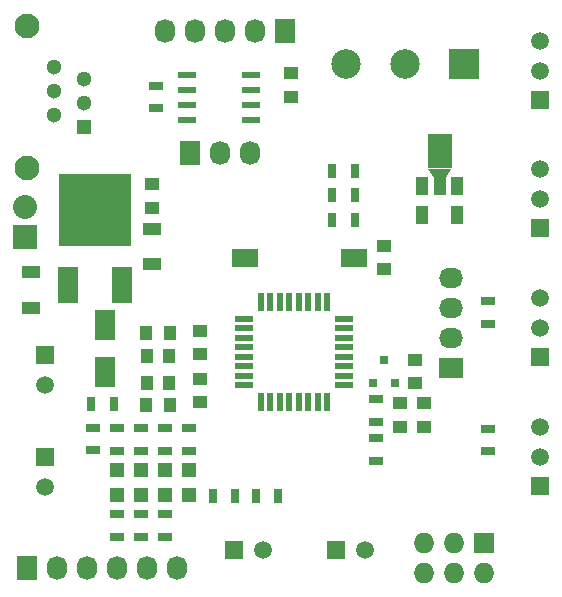
<source format=gts>
G04 #@! TF.FileFunction,Soldermask,Top*
%FSLAX46Y46*%
G04 Gerber Fmt 4.6, Leading zero omitted, Abs format (unit mm)*
G04 Created by KiCad (PCBNEW 4.0.2-stable) date 3/23/2016 2:13:11 PM*
%MOMM*%
G01*
G04 APERTURE LIST*
%ADD10C,0.100000*%
%ADD11R,1.727200X2.032000*%
%ADD12O,1.727200X2.032000*%
%ADD13R,1.250000X1.000000*%
%ADD14R,1.000000X1.250000*%
%ADD15R,0.800100X0.800100*%
%ADD16R,1.300000X0.700000*%
%ADD17R,1.600000X0.550000*%
%ADD18R,0.550000X1.600000*%
%ADD19R,1.727200X1.727200*%
%ADD20O,1.727200X1.727200*%
%ADD21C,2.500000*%
%ADD22R,2.500000X2.500000*%
%ADD23R,0.700000X1.300000*%
%ADD24R,1.550000X0.600000*%
%ADD25R,2.180000X1.600000*%
%ADD26R,1.500000X1.500000*%
%ADD27C,1.500000*%
%ADD28R,1.600000X1.000000*%
%ADD29R,1.000000X1.600000*%
%ADD30R,1.800860X2.499360*%
%ADD31R,1.651000X3.048000*%
%ADD32R,6.096000X6.096000*%
%ADD33R,1.000760X1.501140*%
%ADD34R,1.998980X2.999740*%
%ADD35R,1.198880X1.198880*%
%ADD36R,2.032000X2.032000*%
%ADD37O,2.032000X2.032000*%
%ADD38R,2.032000X1.727200*%
%ADD39O,2.032000X1.727200*%
%ADD40C,1.300000*%
%ADD41R,1.300000X1.300000*%
%ADD42C,2.100000*%
%ADD43R,1.100000X1.300000*%
G04 APERTURE END LIST*
D10*
D11*
X114300000Y-72136000D03*
D12*
X111760000Y-72136000D03*
X109220000Y-72136000D03*
X106680000Y-72136000D03*
X104140000Y-72136000D03*
D13*
X107124500Y-101552500D03*
X107124500Y-103552500D03*
X107124500Y-99488500D03*
X107124500Y-97488500D03*
D14*
X102568500Y-97726500D03*
X104568500Y-97726500D03*
X104568500Y-103822500D03*
X102568500Y-103822500D03*
D13*
X122682000Y-92313000D03*
X122682000Y-90313000D03*
X126111000Y-105664000D03*
X126111000Y-103664000D03*
X124079000Y-105664000D03*
X124079000Y-103664000D03*
X125349000Y-101965000D03*
X125349000Y-99965000D03*
D15*
X121732000Y-101965760D03*
X123632000Y-101965760D03*
X122682000Y-99966780D03*
D16*
X122047000Y-108519000D03*
X122047000Y-106619000D03*
D17*
X110812000Y-96514000D03*
X110812000Y-97314000D03*
X110812000Y-98114000D03*
X110812000Y-98914000D03*
X110812000Y-99714000D03*
X110812000Y-100514000D03*
X110812000Y-101314000D03*
X110812000Y-102114000D03*
D18*
X112262000Y-103564000D03*
X113062000Y-103564000D03*
X113862000Y-103564000D03*
X114662000Y-103564000D03*
X115462000Y-103564000D03*
X116262000Y-103564000D03*
X117062000Y-103564000D03*
X117862000Y-103564000D03*
D17*
X119312000Y-102114000D03*
X119312000Y-101314000D03*
X119312000Y-100514000D03*
X119312000Y-99714000D03*
X119312000Y-98914000D03*
X119312000Y-98114000D03*
X119312000Y-97314000D03*
X119312000Y-96514000D03*
D18*
X117862000Y-95064000D03*
X117062000Y-95064000D03*
X116262000Y-95064000D03*
X115462000Y-95064000D03*
X114662000Y-95064000D03*
X113862000Y-95064000D03*
X113062000Y-95064000D03*
X112262000Y-95064000D03*
D19*
X131127500Y-115443000D03*
D20*
X131127500Y-117983000D03*
X128587500Y-115443000D03*
X128587500Y-117983000D03*
X126047500Y-115443000D03*
X126047500Y-117983000D03*
D11*
X106235500Y-82486500D03*
D12*
X108775500Y-82486500D03*
X111315500Y-82486500D03*
D11*
X92456000Y-117602000D03*
D12*
X94996000Y-117602000D03*
X97536000Y-117602000D03*
X100076000Y-117602000D03*
X102616000Y-117602000D03*
X105156000Y-117602000D03*
D21*
X119460000Y-74930000D03*
D22*
X129460000Y-74930000D03*
D21*
X124460000Y-74930000D03*
D16*
X100076000Y-114930000D03*
X100076000Y-113030000D03*
X102108000Y-114930000D03*
X102108000Y-113030000D03*
X104140000Y-114930000D03*
X104140000Y-113030000D03*
D23*
X118303000Y-86042500D03*
X120203000Y-86042500D03*
X118303000Y-83947000D03*
X120203000Y-83947000D03*
X97919500Y-103695500D03*
X99819500Y-103695500D03*
D16*
X98044000Y-105730000D03*
X98044000Y-107630000D03*
D23*
X110104000Y-111506000D03*
X108204000Y-111506000D03*
X111826000Y-111506000D03*
X113726000Y-111506000D03*
D16*
X103378000Y-78674000D03*
X103378000Y-76774000D03*
X104162608Y-107652270D03*
X104162608Y-105752270D03*
X102130608Y-107652270D03*
X102130608Y-105752270D03*
X100098608Y-107652270D03*
X100098608Y-105752270D03*
X106194608Y-107652270D03*
X106194608Y-105752270D03*
D23*
X118303000Y-88138000D03*
X120203000Y-88138000D03*
D16*
X122047000Y-105217000D03*
X122047000Y-103317000D03*
D24*
X111412000Y-79629000D03*
X111412000Y-78359000D03*
X111412000Y-77089000D03*
X111412000Y-75819000D03*
X106012000Y-75819000D03*
X106012000Y-77089000D03*
X106012000Y-78359000D03*
X106012000Y-79629000D03*
D13*
X114808000Y-75708000D03*
X114808000Y-77708000D03*
D25*
X120108930Y-91315320D03*
X110904070Y-91310680D03*
D26*
X118618000Y-116078000D03*
D27*
X121118000Y-116078000D03*
D26*
X109982000Y-116078000D03*
D27*
X112482000Y-116078000D03*
D26*
X93980000Y-108204000D03*
D27*
X93980000Y-110704000D03*
D26*
X93980000Y-99568000D03*
D27*
X93980000Y-102068000D03*
D28*
X92773500Y-92543500D03*
X92773500Y-95543500D03*
D13*
X103060500Y-85106000D03*
X103060500Y-87106000D03*
D28*
X103060500Y-91860500D03*
X103060500Y-88860500D03*
D29*
X128881000Y-87693500D03*
X125881000Y-87693500D03*
D30*
X99060000Y-96997520D03*
X99060000Y-100995480D03*
D31*
X95948500Y-93599000D03*
D32*
X98234500Y-87249000D03*
D31*
X100520500Y-93599000D03*
D33*
X125902720Y-85280500D03*
X127403860Y-85280500D03*
X128905000Y-85280500D03*
D34*
X127403860Y-82329020D03*
D10*
G36*
X128404620Y-83803490D02*
X127904240Y-84552790D01*
X126903480Y-84552790D01*
X126403100Y-83803490D01*
X128404620Y-83803490D01*
X128404620Y-83803490D01*
G37*
D35*
X104162608Y-109275250D03*
X104162608Y-111373290D03*
X102130608Y-109275250D03*
X102130608Y-111373290D03*
X100098608Y-109275250D03*
X100098608Y-111373290D03*
X106194608Y-109275250D03*
X106194608Y-111373290D03*
D36*
X92329000Y-89598500D03*
D37*
X92329000Y-87058500D03*
D38*
X128397000Y-100647500D03*
D39*
X128397000Y-98107500D03*
X128397000Y-95567500D03*
X128397000Y-93027500D03*
D16*
X131508500Y-96901000D03*
X131508500Y-95001000D03*
X131508500Y-107691000D03*
X131508500Y-105791000D03*
D40*
X97296000Y-78234000D03*
X97296000Y-76194000D03*
D41*
X97296000Y-80274000D03*
D40*
X94756000Y-75174000D03*
X94756000Y-77214000D03*
X94756000Y-79254000D03*
D42*
X92456000Y-83724000D03*
X92456000Y-71724000D03*
D26*
X135890000Y-99742000D03*
D27*
X135890000Y-97242000D03*
X135890000Y-94742000D03*
D26*
X135890000Y-110664000D03*
D27*
X135890000Y-108164000D03*
X135890000Y-105664000D03*
D26*
X135890000Y-77978000D03*
D27*
X135890000Y-75478000D03*
X135890000Y-72978000D03*
D26*
X135890000Y-88820000D03*
D27*
X135890000Y-86320000D03*
X135890000Y-83820000D03*
D43*
X102618500Y-99624500D03*
X102618500Y-101924500D03*
X104518500Y-99624500D03*
X104518500Y-101924500D03*
M02*

</source>
